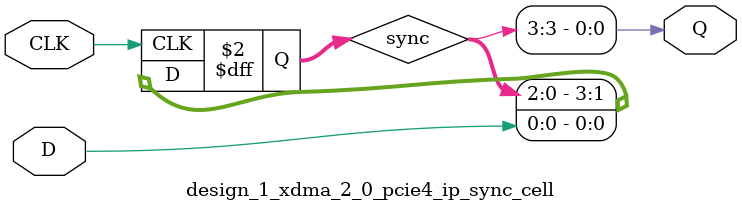
<source format=v>

`timescale 1ps / 1ps

(* DowngradeIPIdentifiedWarnings = "yes" *)
module design_1_xdma_2_0_pcie4_ip_sync_cell #
(
    parameter integer STAGE = 3
)
(
    //-------------------------------------------------------------------------- 
    //  Input Ports
    //-------------------------------------------------------------------------- 
    input                               CLK,
    input                               D,
    
    //-------------------------------------------------------------------------- 
    //  Output Ports
    //-------------------------------------------------------------------------- 
    output                              Q
);
    //-------------------------------------------------------------------------- 
    //  Synchronized Signals
    //--------------------------------------------------------------------------  
    (* ASYNC_REG = "TRUE", SHIFT_EXTRACT = "NO" *) reg [STAGE:0] sync;                                                            



//--------------------------------------------------------------------------------------------------
//  Synchronizier
//--------------------------------------------------------------------------------------------------
always @ (posedge CLK)
begin

    sync <= {sync[(STAGE-1):0], D};
            
end   



//--------------------------------------------------------------------------------------------------
//  Generate Output
//--------------------------------------------------------------------------------------------------
assign Q = sync[STAGE];



endmodule

</source>
